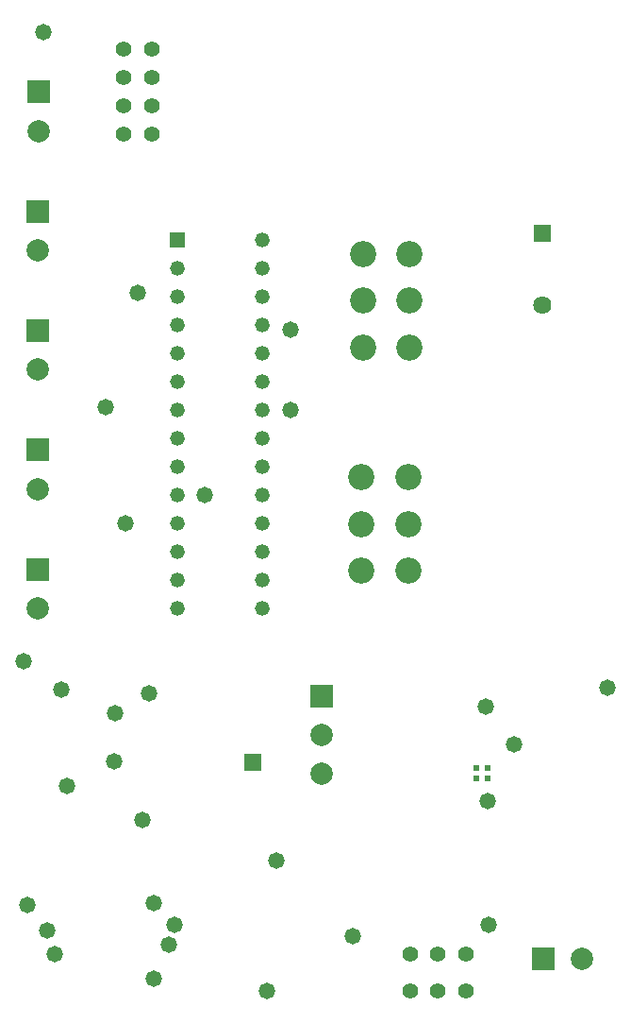
<source format=gbr>
%TF.GenerationSoftware,Altium Limited,Altium Designer,24.10.1 (45)*%
G04 Layer_Color=16711935*
%FSLAX25Y25*%
%MOIN*%
%TF.SameCoordinates,F49E7BB8-28A7-4C0D-84C7-1FE184DCB0B3*%
%TF.FilePolarity,Negative*%
%TF.FileFunction,Soldermask,Bot*%
%TF.Part,Single*%
G01*
G75*
%TA.AperFunction,ComponentPad*%
%ADD31C,0.09200*%
%ADD32C,0.05500*%
%ADD37R,0.05200X0.05200*%
%ADD38C,0.05200*%
%ADD42R,0.05900X0.05900*%
%ADD67R,0.06400X0.06400*%
%ADD68C,0.06400*%
%ADD69C,0.07887*%
%ADD70R,0.07887X0.07887*%
%ADD71R,0.07887X0.07887*%
%TA.AperFunction,ViaPad*%
%ADD72C,0.05800*%
%ADD73C,0.02375*%
D31*
X375965Y257929D02*
D03*
Y274465D02*
D03*
Y291000D02*
D03*
X392500Y257929D02*
D03*
Y274465D02*
D03*
Y291000D02*
D03*
X392996Y369803D02*
D03*
Y353268D02*
D03*
Y336732D02*
D03*
X376461Y369803D02*
D03*
Y353268D02*
D03*
Y336732D02*
D03*
D32*
X393158Y122500D02*
D03*
X403000D02*
D03*
X412843D02*
D03*
Y109508D02*
D03*
X403000D02*
D03*
X393158D02*
D03*
X302000Y442000D02*
D03*
Y432000D02*
D03*
Y422000D02*
D03*
Y412000D02*
D03*
X292000D02*
D03*
Y422000D02*
D03*
Y432000D02*
D03*
Y442000D02*
D03*
D37*
X311000Y374500D02*
D03*
D38*
Y364500D02*
D03*
Y354500D02*
D03*
Y344500D02*
D03*
Y334500D02*
D03*
Y324500D02*
D03*
Y314500D02*
D03*
Y304500D02*
D03*
Y294500D02*
D03*
Y284500D02*
D03*
Y274500D02*
D03*
Y264500D02*
D03*
Y254500D02*
D03*
Y244500D02*
D03*
X341000D02*
D03*
Y254500D02*
D03*
Y264500D02*
D03*
Y274500D02*
D03*
Y284500D02*
D03*
Y294500D02*
D03*
Y304500D02*
D03*
Y314500D02*
D03*
Y324500D02*
D03*
Y334500D02*
D03*
Y344500D02*
D03*
Y354500D02*
D03*
Y364500D02*
D03*
Y374500D02*
D03*
D42*
X337500Y190284D02*
D03*
D67*
X440000Y377091D02*
D03*
D68*
Y351500D02*
D03*
D69*
X262000Y413100D02*
D03*
X261500Y244700D02*
D03*
Y371000D02*
D03*
Y328900D02*
D03*
Y286800D02*
D03*
X362000Y186221D02*
D03*
Y200000D02*
D03*
X454000Y121000D02*
D03*
D70*
X262000Y426880D02*
D03*
X261500Y258479D02*
D03*
Y384780D02*
D03*
Y342680D02*
D03*
Y300580D02*
D03*
X362000Y213779D02*
D03*
D71*
X440220Y121000D02*
D03*
D72*
X297000Y356000D02*
D03*
X308000Y126000D02*
D03*
X310000Y133000D02*
D03*
X302500Y140500D02*
D03*
X430000Y196500D02*
D03*
X346000Y155500D02*
D03*
X420500Y176500D02*
D03*
X420000Y210000D02*
D03*
X351000Y314500D02*
D03*
X301000Y214500D02*
D03*
X258000Y140000D02*
D03*
X265000Y131000D02*
D03*
X267500Y122500D02*
D03*
X302500Y114000D02*
D03*
X342500Y109500D02*
D03*
X288500Y190500D02*
D03*
X270000Y216000D02*
D03*
X289000Y207500D02*
D03*
X463000Y216500D02*
D03*
X292500Y274500D02*
D03*
X256500Y226000D02*
D03*
X320500Y284500D02*
D03*
X298500Y170000D02*
D03*
X263500Y448000D02*
D03*
X373000Y129000D02*
D03*
X272000Y182000D02*
D03*
X285500Y315500D02*
D03*
X351000Y343000D02*
D03*
X421000Y133000D02*
D03*
D73*
X420469Y184531D02*
D03*
X416532D02*
D03*
X420469Y188469D02*
D03*
X416532D02*
D03*
%TF.MD5,8663759d4c2528ac4291947ba7a0899c*%
M02*

</source>
